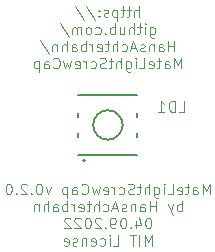
<source format=gbr>
%TF.GenerationSoftware,KiCad,Pcbnew,6.0.7-f9a2dced07~116~ubuntu20.04.1*%
%TF.CreationDate,2022-09-10T14:11:32+02:00*%
%TF.ProjectId,MateLightScrewCap,4d617465-4c69-4676-9874-536372657743,rev?*%
%TF.SameCoordinates,Original*%
%TF.FileFunction,Legend,Bot*%
%TF.FilePolarity,Positive*%
%FSLAX46Y46*%
G04 Gerber Fmt 4.6, Leading zero omitted, Abs format (unit mm)*
G04 Created by KiCad (PCBNEW 6.0.7-f9a2dced07~116~ubuntu20.04.1) date 2022-09-10 14:11:32*
%MOMM*%
%LPD*%
G01*
G04 APERTURE LIST*
%ADD10C,0.080000*%
%ADD11C,0.076000*%
%ADD12C,0.127000*%
%ADD13C,0.200000*%
G04 APERTURE END LIST*
D10*
X8614285Y-5857142D02*
X8614285Y-4957142D01*
X8314285Y-5600000D01*
X8014285Y-4957142D01*
X8014285Y-5857142D01*
X7199999Y-5857142D02*
X7199999Y-5385714D01*
X7242857Y-5300000D01*
X7328571Y-5257142D01*
X7499999Y-5257142D01*
X7585714Y-5300000D01*
X7199999Y-5814285D02*
X7285714Y-5857142D01*
X7499999Y-5857142D01*
X7585714Y-5814285D01*
X7628571Y-5728571D01*
X7628571Y-5642857D01*
X7585714Y-5557142D01*
X7499999Y-5514285D01*
X7285714Y-5514285D01*
X7199999Y-5471428D01*
X6899999Y-5257142D02*
X6557142Y-5257142D01*
X6771428Y-4957142D02*
X6771428Y-5728571D01*
X6728571Y-5814285D01*
X6642857Y-5857142D01*
X6557142Y-5857142D01*
X5914285Y-5814285D02*
X5999999Y-5857142D01*
X6171428Y-5857142D01*
X6257142Y-5814285D01*
X6299999Y-5728571D01*
X6299999Y-5385714D01*
X6257142Y-5300000D01*
X6171428Y-5257142D01*
X5999999Y-5257142D01*
X5914285Y-5300000D01*
X5871428Y-5385714D01*
X5871428Y-5471428D01*
X6299999Y-5557142D01*
X5057142Y-5857142D02*
X5485714Y-5857142D01*
X5485714Y-4957142D01*
X4757142Y-5857142D02*
X4757142Y-5257142D01*
X4757142Y-4957142D02*
X4799999Y-5000000D01*
X4757142Y-5042857D01*
X4714285Y-5000000D01*
X4757142Y-4957142D01*
X4757142Y-5042857D01*
X3942857Y-5257142D02*
X3942857Y-5985714D01*
X3985714Y-6071428D01*
X4028571Y-6114285D01*
X4114285Y-6157142D01*
X4242857Y-6157142D01*
X4328571Y-6114285D01*
X3942857Y-5814285D02*
X4028571Y-5857142D01*
X4199999Y-5857142D01*
X4285714Y-5814285D01*
X4328571Y-5771428D01*
X4371428Y-5685714D01*
X4371428Y-5428571D01*
X4328571Y-5342857D01*
X4285714Y-5300000D01*
X4199999Y-5257142D01*
X4028571Y-5257142D01*
X3942857Y-5300000D01*
X3514285Y-5857142D02*
X3514285Y-4957142D01*
X3128571Y-5857142D02*
X3128571Y-5385714D01*
X3171428Y-5300000D01*
X3257142Y-5257142D01*
X3385714Y-5257142D01*
X3471428Y-5300000D01*
X3514285Y-5342857D01*
X2828571Y-5257142D02*
X2485714Y-5257142D01*
X2699999Y-4957142D02*
X2699999Y-5728571D01*
X2657142Y-5814285D01*
X2571428Y-5857142D01*
X2485714Y-5857142D01*
X2228571Y-5814285D02*
X2099999Y-5857142D01*
X1885714Y-5857142D01*
X1799999Y-5814285D01*
X1757142Y-5771428D01*
X1714285Y-5685714D01*
X1714285Y-5600000D01*
X1757142Y-5514285D01*
X1799999Y-5471428D01*
X1885714Y-5428571D01*
X2057142Y-5385714D01*
X2142857Y-5342857D01*
X2185714Y-5300000D01*
X2228571Y-5214285D01*
X2228571Y-5128571D01*
X2185714Y-5042857D01*
X2142857Y-5000000D01*
X2057142Y-4957142D01*
X1842857Y-4957142D01*
X1714285Y-5000000D01*
X942857Y-5814285D02*
X1028571Y-5857142D01*
X1199999Y-5857142D01*
X1285714Y-5814285D01*
X1328571Y-5771428D01*
X1371428Y-5685714D01*
X1371428Y-5428571D01*
X1328571Y-5342857D01*
X1285714Y-5300000D01*
X1199999Y-5257142D01*
X1028571Y-5257142D01*
X942857Y-5300000D01*
X557142Y-5857142D02*
X557142Y-5257142D01*
X557142Y-5428571D02*
X514285Y-5342857D01*
X471428Y-5300000D01*
X385714Y-5257142D01*
X299999Y-5257142D01*
X-342857Y-5814285D02*
X-257142Y-5857142D01*
X-85714Y-5857142D01*
X0Y-5814285D01*
X42857Y-5728571D01*
X42857Y-5385714D01*
X0Y-5300000D01*
X-85714Y-5257142D01*
X-257142Y-5257142D01*
X-342857Y-5300000D01*
X-385714Y-5385714D01*
X-385714Y-5471428D01*
X42857Y-5557142D01*
X-685714Y-5257142D02*
X-857142Y-5857142D01*
X-1028571Y-5428571D01*
X-1200000Y-5857142D01*
X-1371428Y-5257142D01*
X-2228571Y-5771428D02*
X-2185714Y-5814285D01*
X-2057142Y-5857142D01*
X-1971428Y-5857142D01*
X-1842857Y-5814285D01*
X-1757142Y-5728571D01*
X-1714285Y-5642857D01*
X-1671428Y-5471428D01*
X-1671428Y-5342857D01*
X-1714285Y-5171428D01*
X-1757142Y-5085714D01*
X-1842857Y-5000000D01*
X-1971428Y-4957142D01*
X-2057142Y-4957142D01*
X-2185714Y-5000000D01*
X-2228571Y-5042857D01*
X-3000000Y-5857142D02*
X-3000000Y-5385714D01*
X-2957142Y-5300000D01*
X-2871428Y-5257142D01*
X-2700000Y-5257142D01*
X-2614285Y-5300000D01*
X-3000000Y-5814285D02*
X-2914285Y-5857142D01*
X-2700000Y-5857142D01*
X-2614285Y-5814285D01*
X-2571428Y-5728571D01*
X-2571428Y-5642857D01*
X-2614285Y-5557142D01*
X-2700000Y-5514285D01*
X-2914285Y-5514285D01*
X-3000000Y-5471428D01*
X-3428571Y-5257142D02*
X-3428571Y-6157142D01*
X-3428571Y-5300000D02*
X-3514285Y-5257142D01*
X-3685714Y-5257142D01*
X-3771428Y-5300000D01*
X-3814285Y-5342857D01*
X-3857142Y-5428571D01*
X-3857142Y-5685714D01*
X-3814285Y-5771428D01*
X-3771428Y-5814285D01*
X-3685714Y-5857142D01*
X-3514285Y-5857142D01*
X-3428571Y-5814285D01*
X-4842857Y-5257142D02*
X-5057142Y-5857142D01*
X-5271428Y-5257142D01*
X-5785714Y-4957142D02*
X-5871428Y-4957142D01*
X-5957142Y-5000000D01*
X-6000000Y-5042857D01*
X-6042857Y-5128571D01*
X-6085714Y-5300000D01*
X-6085714Y-5514285D01*
X-6042857Y-5685714D01*
X-6000000Y-5771428D01*
X-5957142Y-5814285D01*
X-5871428Y-5857142D01*
X-5785714Y-5857142D01*
X-5700000Y-5814285D01*
X-5657142Y-5771428D01*
X-5614285Y-5685714D01*
X-5571428Y-5514285D01*
X-5571428Y-5300000D01*
X-5614285Y-5128571D01*
X-5657142Y-5042857D01*
X-5700000Y-5000000D01*
X-5785714Y-4957142D01*
X-6471428Y-5771428D02*
X-6514285Y-5814285D01*
X-6471428Y-5857142D01*
X-6428571Y-5814285D01*
X-6471428Y-5771428D01*
X-6471428Y-5857142D01*
X-6857142Y-5042857D02*
X-6900000Y-5000000D01*
X-6985714Y-4957142D01*
X-7200000Y-4957142D01*
X-7285714Y-5000000D01*
X-7328571Y-5042857D01*
X-7371428Y-5128571D01*
X-7371428Y-5214285D01*
X-7328571Y-5342857D01*
X-6814285Y-5857142D01*
X-7371428Y-5857142D01*
X-7757142Y-5771428D02*
X-7800000Y-5814285D01*
X-7757142Y-5857142D01*
X-7714285Y-5814285D01*
X-7757142Y-5771428D01*
X-7757142Y-5857142D01*
X-8357142Y-4957142D02*
X-8442857Y-4957142D01*
X-8528571Y-5000000D01*
X-8571428Y-5042857D01*
X-8614285Y-5128571D01*
X-8657142Y-5300000D01*
X-8657142Y-5514285D01*
X-8614285Y-5685714D01*
X-8571428Y-5771428D01*
X-8528571Y-5814285D01*
X-8442857Y-5857142D01*
X-8357142Y-5857142D01*
X-8271428Y-5814285D01*
X-8228571Y-5771428D01*
X-8185714Y-5685714D01*
X-8142857Y-5514285D01*
X-8142857Y-5300000D01*
X-8185714Y-5128571D01*
X-8228571Y-5042857D01*
X-8271428Y-5000000D01*
X-8357142Y-4957142D01*
X6257142Y-7306142D02*
X6257142Y-6406142D01*
X6257142Y-6749000D02*
X6171428Y-6706142D01*
X6000000Y-6706142D01*
X5914285Y-6749000D01*
X5871428Y-6791857D01*
X5828571Y-6877571D01*
X5828571Y-7134714D01*
X5871428Y-7220428D01*
X5914285Y-7263285D01*
X6000000Y-7306142D01*
X6171428Y-7306142D01*
X6257142Y-7263285D01*
X5528571Y-6706142D02*
X5314285Y-7306142D01*
X5100000Y-6706142D02*
X5314285Y-7306142D01*
X5400000Y-7520428D01*
X5442857Y-7563285D01*
X5528571Y-7606142D01*
X4071428Y-7306142D02*
X4071428Y-6406142D01*
X4071428Y-6834714D02*
X3557142Y-6834714D01*
X3557142Y-7306142D02*
X3557142Y-6406142D01*
X2742857Y-7306142D02*
X2742857Y-6834714D01*
X2785714Y-6749000D01*
X2871428Y-6706142D01*
X3042857Y-6706142D01*
X3128571Y-6749000D01*
X2742857Y-7263285D02*
X2828571Y-7306142D01*
X3042857Y-7306142D01*
X3128571Y-7263285D01*
X3171428Y-7177571D01*
X3171428Y-7091857D01*
X3128571Y-7006142D01*
X3042857Y-6963285D01*
X2828571Y-6963285D01*
X2742857Y-6920428D01*
X2314285Y-6706142D02*
X2314285Y-7306142D01*
X2314285Y-6791857D02*
X2271428Y-6749000D01*
X2185714Y-6706142D01*
X2057142Y-6706142D01*
X1971428Y-6749000D01*
X1928571Y-6834714D01*
X1928571Y-7306142D01*
X1542857Y-7263285D02*
X1457142Y-7306142D01*
X1285714Y-7306142D01*
X1199999Y-7263285D01*
X1157142Y-7177571D01*
X1157142Y-7134714D01*
X1199999Y-7049000D01*
X1285714Y-7006142D01*
X1414285Y-7006142D01*
X1499999Y-6963285D01*
X1542857Y-6877571D01*
X1542857Y-6834714D01*
X1499999Y-6749000D01*
X1414285Y-6706142D01*
X1285714Y-6706142D01*
X1199999Y-6749000D01*
X814285Y-7049000D02*
X385714Y-7049000D01*
X899999Y-7306142D02*
X599999Y-6406142D01*
X299999Y-7306142D01*
X-385714Y-7263285D02*
X-300000Y-7306142D01*
X-128571Y-7306142D01*
X-42857Y-7263285D01*
X0Y-7220428D01*
X42857Y-7134714D01*
X42857Y-6877571D01*
X0Y-6791857D01*
X-42857Y-6749000D01*
X-128571Y-6706142D01*
X-300000Y-6706142D01*
X-385714Y-6749000D01*
X-771428Y-7306142D02*
X-771428Y-6406142D01*
X-1157142Y-7306142D02*
X-1157142Y-6834714D01*
X-1114285Y-6749000D01*
X-1028571Y-6706142D01*
X-900000Y-6706142D01*
X-814285Y-6749000D01*
X-771428Y-6791857D01*
X-1457142Y-6706142D02*
X-1800000Y-6706142D01*
X-1585714Y-6406142D02*
X-1585714Y-7177571D01*
X-1628571Y-7263285D01*
X-1714285Y-7306142D01*
X-1800000Y-7306142D01*
X-2442857Y-7263285D02*
X-2357142Y-7306142D01*
X-2185714Y-7306142D01*
X-2100000Y-7263285D01*
X-2057142Y-7177571D01*
X-2057142Y-6834714D01*
X-2100000Y-6749000D01*
X-2185714Y-6706142D01*
X-2357142Y-6706142D01*
X-2442857Y-6749000D01*
X-2485714Y-6834714D01*
X-2485714Y-6920428D01*
X-2057142Y-7006142D01*
X-2871428Y-7306142D02*
X-2871428Y-6706142D01*
X-2871428Y-6877571D02*
X-2914285Y-6791857D01*
X-2957142Y-6749000D01*
X-3042857Y-6706142D01*
X-3128571Y-6706142D01*
X-3428571Y-7306142D02*
X-3428571Y-6406142D01*
X-3428571Y-6749000D02*
X-3514285Y-6706142D01*
X-3685714Y-6706142D01*
X-3771428Y-6749000D01*
X-3814285Y-6791857D01*
X-3857142Y-6877571D01*
X-3857142Y-7134714D01*
X-3814285Y-7220428D01*
X-3771428Y-7263285D01*
X-3685714Y-7306142D01*
X-3514285Y-7306142D01*
X-3428571Y-7263285D01*
X-4628571Y-7306142D02*
X-4628571Y-6834714D01*
X-4585714Y-6749000D01*
X-4500000Y-6706142D01*
X-4328571Y-6706142D01*
X-4242857Y-6749000D01*
X-4628571Y-7263285D02*
X-4542857Y-7306142D01*
X-4328571Y-7306142D01*
X-4242857Y-7263285D01*
X-4200000Y-7177571D01*
X-4200000Y-7091857D01*
X-4242857Y-7006142D01*
X-4328571Y-6963285D01*
X-4542857Y-6963285D01*
X-4628571Y-6920428D01*
X-5057142Y-7306142D02*
X-5057142Y-6406142D01*
X-5442857Y-7306142D02*
X-5442857Y-6834714D01*
X-5400000Y-6749000D01*
X-5314285Y-6706142D01*
X-5185714Y-6706142D01*
X-5100000Y-6749000D01*
X-5057142Y-6791857D01*
X-5871428Y-6706142D02*
X-5871428Y-7306142D01*
X-5871428Y-6791857D02*
X-5914285Y-6749000D01*
X-6000000Y-6706142D01*
X-6128571Y-6706142D01*
X-6214285Y-6749000D01*
X-6257142Y-6834714D01*
X-6257142Y-7306142D01*
X3471428Y-7855142D02*
X3385714Y-7855142D01*
X3299999Y-7898000D01*
X3257142Y-7940857D01*
X3214285Y-8026571D01*
X3171428Y-8198000D01*
X3171428Y-8412285D01*
X3214285Y-8583714D01*
X3257142Y-8669428D01*
X3299999Y-8712285D01*
X3385714Y-8755142D01*
X3471428Y-8755142D01*
X3557142Y-8712285D01*
X3599999Y-8669428D01*
X3642857Y-8583714D01*
X3685714Y-8412285D01*
X3685714Y-8198000D01*
X3642857Y-8026571D01*
X3599999Y-7940857D01*
X3557142Y-7898000D01*
X3471428Y-7855142D01*
X2399999Y-8155142D02*
X2399999Y-8755142D01*
X2614285Y-7812285D02*
X2828571Y-8455142D01*
X2271428Y-8455142D01*
X1928571Y-8669428D02*
X1885714Y-8712285D01*
X1928571Y-8755142D01*
X1971428Y-8712285D01*
X1928571Y-8669428D01*
X1928571Y-8755142D01*
X1328571Y-7855142D02*
X1242857Y-7855142D01*
X1157142Y-7898000D01*
X1114285Y-7940857D01*
X1071428Y-8026571D01*
X1028571Y-8198000D01*
X1028571Y-8412285D01*
X1071428Y-8583714D01*
X1114285Y-8669428D01*
X1157142Y-8712285D01*
X1242857Y-8755142D01*
X1328571Y-8755142D01*
X1414285Y-8712285D01*
X1457142Y-8669428D01*
X1499999Y-8583714D01*
X1542857Y-8412285D01*
X1542857Y-8198000D01*
X1499999Y-8026571D01*
X1457142Y-7940857D01*
X1414285Y-7898000D01*
X1328571Y-7855142D01*
X599999Y-8755142D02*
X428571Y-8755142D01*
X342857Y-8712285D01*
X299999Y-8669428D01*
X214285Y-8540857D01*
X171428Y-8369428D01*
X171428Y-8026571D01*
X214285Y-7940857D01*
X257142Y-7898000D01*
X342857Y-7855142D01*
X514285Y-7855142D01*
X599999Y-7898000D01*
X642857Y-7940857D01*
X685714Y-8026571D01*
X685714Y-8240857D01*
X642857Y-8326571D01*
X599999Y-8369428D01*
X514285Y-8412285D01*
X342857Y-8412285D01*
X257142Y-8369428D01*
X214285Y-8326571D01*
X171428Y-8240857D01*
X-214285Y-8669428D02*
X-257142Y-8712285D01*
X-214285Y-8755142D01*
X-171428Y-8712285D01*
X-214285Y-8669428D01*
X-214285Y-8755142D01*
X-600000Y-7940857D02*
X-642857Y-7898000D01*
X-728571Y-7855142D01*
X-942857Y-7855142D01*
X-1028571Y-7898000D01*
X-1071428Y-7940857D01*
X-1114285Y-8026571D01*
X-1114285Y-8112285D01*
X-1071428Y-8240857D01*
X-557142Y-8755142D01*
X-1114285Y-8755142D01*
X-1671428Y-7855142D02*
X-1757142Y-7855142D01*
X-1842857Y-7898000D01*
X-1885714Y-7940857D01*
X-1928571Y-8026571D01*
X-1971428Y-8198000D01*
X-1971428Y-8412285D01*
X-1928571Y-8583714D01*
X-1885714Y-8669428D01*
X-1842857Y-8712285D01*
X-1757142Y-8755142D01*
X-1671428Y-8755142D01*
X-1585714Y-8712285D01*
X-1542857Y-8669428D01*
X-1500000Y-8583714D01*
X-1457142Y-8412285D01*
X-1457142Y-8198000D01*
X-1500000Y-8026571D01*
X-1542857Y-7940857D01*
X-1585714Y-7898000D01*
X-1671428Y-7855142D01*
X-2314285Y-7940857D02*
X-2357142Y-7898000D01*
X-2442857Y-7855142D01*
X-2657142Y-7855142D01*
X-2742857Y-7898000D01*
X-2785714Y-7940857D01*
X-2828571Y-8026571D01*
X-2828571Y-8112285D01*
X-2785714Y-8240857D01*
X-2271428Y-8755142D01*
X-2828571Y-8755142D01*
X-3171428Y-7940857D02*
X-3214285Y-7898000D01*
X-3300000Y-7855142D01*
X-3514285Y-7855142D01*
X-3600000Y-7898000D01*
X-3642857Y-7940857D01*
X-3685714Y-8026571D01*
X-3685714Y-8112285D01*
X-3642857Y-8240857D01*
X-3128571Y-8755142D01*
X-3685714Y-8755142D01*
X3707142Y-10204142D02*
X3707142Y-9304142D01*
X3407142Y-9947000D01*
X3107142Y-9304142D01*
X3107142Y-10204142D01*
X2678571Y-10204142D02*
X2678571Y-9304142D01*
X2378571Y-9304142D02*
X1864285Y-9304142D01*
X2121428Y-10204142D02*
X2121428Y-9304142D01*
X450000Y-10204142D02*
X878571Y-10204142D01*
X878571Y-9304142D01*
X150000Y-10204142D02*
X150000Y-9604142D01*
X150000Y-9304142D02*
X192857Y-9347000D01*
X150000Y-9389857D01*
X107142Y-9347000D01*
X150000Y-9304142D01*
X150000Y-9389857D01*
X-664285Y-10161285D02*
X-578571Y-10204142D01*
X-407142Y-10204142D01*
X-321428Y-10161285D01*
X-278571Y-10118428D01*
X-235714Y-10032714D01*
X-235714Y-9775571D01*
X-278571Y-9689857D01*
X-321428Y-9647000D01*
X-407142Y-9604142D01*
X-578571Y-9604142D01*
X-664285Y-9647000D01*
X-1392857Y-10161285D02*
X-1307142Y-10204142D01*
X-1135714Y-10204142D01*
X-1049999Y-10161285D01*
X-1007142Y-10075571D01*
X-1007142Y-9732714D01*
X-1049999Y-9647000D01*
X-1135714Y-9604142D01*
X-1307142Y-9604142D01*
X-1392857Y-9647000D01*
X-1435714Y-9732714D01*
X-1435714Y-9818428D01*
X-1007142Y-9904142D01*
X-1821428Y-9604142D02*
X-1821428Y-10204142D01*
X-1821428Y-9689857D02*
X-1864285Y-9647000D01*
X-1949999Y-9604142D01*
X-2078571Y-9604142D01*
X-2164285Y-9647000D01*
X-2207142Y-9732714D01*
X-2207142Y-10204142D01*
X-2592857Y-10161285D02*
X-2678571Y-10204142D01*
X-2849999Y-10204142D01*
X-2935714Y-10161285D01*
X-2978571Y-10075571D01*
X-2978571Y-10032714D01*
X-2935714Y-9947000D01*
X-2849999Y-9904142D01*
X-2721428Y-9904142D01*
X-2635714Y-9861285D01*
X-2592857Y-9775571D01*
X-2592857Y-9732714D01*
X-2635714Y-9647000D01*
X-2721428Y-9604142D01*
X-2849999Y-9604142D01*
X-2935714Y-9647000D01*
X-3707142Y-10161285D02*
X-3621428Y-10204142D01*
X-3449999Y-10204142D01*
X-3364285Y-10161285D01*
X-3321428Y-10075571D01*
X-3321428Y-9732714D01*
X-3364285Y-9647000D01*
X-3449999Y-9604142D01*
X-3621428Y-9604142D01*
X-3707142Y-9647000D01*
X-3749999Y-9732714D01*
X-3749999Y-9818428D01*
X-3321428Y-9904142D01*
X2635714Y9142857D02*
X2635714Y10042857D01*
X2250000Y9142857D02*
X2250000Y9614285D01*
X2292857Y9700000D01*
X2378571Y9742857D01*
X2507142Y9742857D01*
X2592857Y9700000D01*
X2635714Y9657142D01*
X1950000Y9742857D02*
X1607142Y9742857D01*
X1821428Y10042857D02*
X1821428Y9271428D01*
X1778571Y9185714D01*
X1692857Y9142857D01*
X1607142Y9142857D01*
X1435714Y9742857D02*
X1092857Y9742857D01*
X1307142Y10042857D02*
X1307142Y9271428D01*
X1264285Y9185714D01*
X1178571Y9142857D01*
X1092857Y9142857D01*
X792857Y9742857D02*
X792857Y8842857D01*
X792857Y9700000D02*
X707142Y9742857D01*
X535714Y9742857D01*
X449999Y9700000D01*
X407142Y9657142D01*
X364285Y9571428D01*
X364285Y9314285D01*
X407142Y9228571D01*
X449999Y9185714D01*
X535714Y9142857D01*
X707142Y9142857D01*
X792857Y9185714D01*
X21428Y9185714D02*
X-64285Y9142857D01*
X-235714Y9142857D01*
X-321428Y9185714D01*
X-364285Y9271428D01*
X-364285Y9314285D01*
X-321428Y9400000D01*
X-235714Y9442857D01*
X-107142Y9442857D01*
X-21428Y9485714D01*
X21428Y9571428D01*
X21428Y9614285D01*
X-21428Y9700000D01*
X-107142Y9742857D01*
X-235714Y9742857D01*
X-321428Y9700000D01*
X-750000Y9228571D02*
X-792857Y9185714D01*
X-750000Y9142857D01*
X-707142Y9185714D01*
X-750000Y9228571D01*
X-750000Y9142857D01*
X-750000Y9700000D02*
X-792857Y9657142D01*
X-750000Y9614285D01*
X-707142Y9657142D01*
X-750000Y9700000D01*
X-750000Y9614285D01*
X-1821428Y10085714D02*
X-1050000Y8928571D01*
X-2764285Y10085714D02*
X-1992857Y8928571D01*
X3578571Y8293857D02*
X3578571Y7565285D01*
X3621428Y7479571D01*
X3664285Y7436714D01*
X3750000Y7393857D01*
X3878571Y7393857D01*
X3964285Y7436714D01*
X3578571Y7736714D02*
X3664285Y7693857D01*
X3835714Y7693857D01*
X3921428Y7736714D01*
X3964285Y7779571D01*
X4007142Y7865285D01*
X4007142Y8122428D01*
X3964285Y8208142D01*
X3921428Y8251000D01*
X3835714Y8293857D01*
X3664285Y8293857D01*
X3578571Y8251000D01*
X3149999Y7693857D02*
X3149999Y8293857D01*
X3149999Y8593857D02*
X3192857Y8551000D01*
X3149999Y8508142D01*
X3107142Y8551000D01*
X3149999Y8593857D01*
X3149999Y8508142D01*
X2850000Y8293857D02*
X2507142Y8293857D01*
X2721428Y8593857D02*
X2721428Y7822428D01*
X2678571Y7736714D01*
X2592857Y7693857D01*
X2507142Y7693857D01*
X2207142Y7693857D02*
X2207142Y8593857D01*
X1821428Y7693857D02*
X1821428Y8165285D01*
X1864285Y8251000D01*
X1949999Y8293857D01*
X2078571Y8293857D01*
X2164285Y8251000D01*
X2207142Y8208142D01*
X1007142Y8293857D02*
X1007142Y7693857D01*
X1392857Y8293857D02*
X1392857Y7822428D01*
X1349999Y7736714D01*
X1264285Y7693857D01*
X1135714Y7693857D01*
X1049999Y7736714D01*
X1007142Y7779571D01*
X578571Y7693857D02*
X578571Y8593857D01*
X578571Y8251000D02*
X492857Y8293857D01*
X321428Y8293857D01*
X235714Y8251000D01*
X192857Y8208142D01*
X149999Y8122428D01*
X149999Y7865285D01*
X192857Y7779571D01*
X235714Y7736714D01*
X321428Y7693857D01*
X492857Y7693857D01*
X578571Y7736714D01*
X-235714Y7779571D02*
X-278571Y7736714D01*
X-235714Y7693857D01*
X-192857Y7736714D01*
X-235714Y7779571D01*
X-235714Y7693857D01*
X-1050000Y7736714D02*
X-964285Y7693857D01*
X-792857Y7693857D01*
X-707142Y7736714D01*
X-664285Y7779571D01*
X-621428Y7865285D01*
X-621428Y8122428D01*
X-664285Y8208142D01*
X-707142Y8251000D01*
X-792857Y8293857D01*
X-964285Y8293857D01*
X-1050000Y8251000D01*
X-1564285Y7693857D02*
X-1478571Y7736714D01*
X-1435714Y7779571D01*
X-1392857Y7865285D01*
X-1392857Y8122428D01*
X-1435714Y8208142D01*
X-1478571Y8251000D01*
X-1564285Y8293857D01*
X-1692857Y8293857D01*
X-1778571Y8251000D01*
X-1821428Y8208142D01*
X-1864285Y8122428D01*
X-1864285Y7865285D01*
X-1821428Y7779571D01*
X-1778571Y7736714D01*
X-1692857Y7693857D01*
X-1564285Y7693857D01*
X-2250000Y7693857D02*
X-2250000Y8293857D01*
X-2250000Y8208142D02*
X-2292857Y8251000D01*
X-2378571Y8293857D01*
X-2507142Y8293857D01*
X-2592857Y8251000D01*
X-2635714Y8165285D01*
X-2635714Y7693857D01*
X-2635714Y8165285D02*
X-2678571Y8251000D01*
X-2764285Y8293857D01*
X-2892857Y8293857D01*
X-2978571Y8251000D01*
X-3021428Y8165285D01*
X-3021428Y7693857D01*
X-4092857Y8636714D02*
X-3321428Y7479571D01*
X5635714Y6244857D02*
X5635714Y7144857D01*
X5635714Y6716285D02*
X5121428Y6716285D01*
X5121428Y6244857D02*
X5121428Y7144857D01*
X4307142Y6244857D02*
X4307142Y6716285D01*
X4350000Y6802000D01*
X4435714Y6844857D01*
X4607142Y6844857D01*
X4692857Y6802000D01*
X4307142Y6287714D02*
X4392857Y6244857D01*
X4607142Y6244857D01*
X4692857Y6287714D01*
X4735714Y6373428D01*
X4735714Y6459142D01*
X4692857Y6544857D01*
X4607142Y6587714D01*
X4392857Y6587714D01*
X4307142Y6630571D01*
X3878571Y6844857D02*
X3878571Y6244857D01*
X3878571Y6759142D02*
X3835714Y6802000D01*
X3750000Y6844857D01*
X3621428Y6844857D01*
X3535714Y6802000D01*
X3492857Y6716285D01*
X3492857Y6244857D01*
X3107142Y6287714D02*
X3021428Y6244857D01*
X2850000Y6244857D01*
X2764285Y6287714D01*
X2721428Y6373428D01*
X2721428Y6416285D01*
X2764285Y6502000D01*
X2850000Y6544857D01*
X2978571Y6544857D01*
X3064285Y6587714D01*
X3107142Y6673428D01*
X3107142Y6716285D01*
X3064285Y6802000D01*
X2978571Y6844857D01*
X2850000Y6844857D01*
X2764285Y6802000D01*
X2378571Y6502000D02*
X1950000Y6502000D01*
X2464285Y6244857D02*
X2164285Y7144857D01*
X1864285Y6244857D01*
X1178571Y6287714D02*
X1264285Y6244857D01*
X1435714Y6244857D01*
X1521428Y6287714D01*
X1564285Y6330571D01*
X1607142Y6416285D01*
X1607142Y6673428D01*
X1564285Y6759142D01*
X1521428Y6802000D01*
X1435714Y6844857D01*
X1264285Y6844857D01*
X1178571Y6802000D01*
X792857Y6244857D02*
X792857Y7144857D01*
X407142Y6244857D02*
X407142Y6716285D01*
X450000Y6802000D01*
X535714Y6844857D01*
X664285Y6844857D01*
X750000Y6802000D01*
X792857Y6759142D01*
X107142Y6844857D02*
X-235714Y6844857D01*
X-21428Y7144857D02*
X-21428Y6373428D01*
X-64285Y6287714D01*
X-149999Y6244857D01*
X-235714Y6244857D01*
X-878571Y6287714D02*
X-792857Y6244857D01*
X-621428Y6244857D01*
X-535714Y6287714D01*
X-492857Y6373428D01*
X-492857Y6716285D01*
X-535714Y6802000D01*
X-621428Y6844857D01*
X-792857Y6844857D01*
X-878571Y6802000D01*
X-921428Y6716285D01*
X-921428Y6630571D01*
X-492857Y6544857D01*
X-1307142Y6244857D02*
X-1307142Y6844857D01*
X-1307142Y6673428D02*
X-1349999Y6759142D01*
X-1392857Y6802000D01*
X-1478571Y6844857D01*
X-1564285Y6844857D01*
X-1864285Y6244857D02*
X-1864285Y7144857D01*
X-1864285Y6802000D02*
X-1949999Y6844857D01*
X-2121428Y6844857D01*
X-2207142Y6802000D01*
X-2249999Y6759142D01*
X-2292857Y6673428D01*
X-2292857Y6416285D01*
X-2249999Y6330571D01*
X-2207142Y6287714D01*
X-2121428Y6244857D01*
X-1949999Y6244857D01*
X-1864285Y6287714D01*
X-3064285Y6244857D02*
X-3064285Y6716285D01*
X-3021428Y6802000D01*
X-2935714Y6844857D01*
X-2764285Y6844857D01*
X-2678571Y6802000D01*
X-3064285Y6287714D02*
X-2978571Y6244857D01*
X-2764285Y6244857D01*
X-2678571Y6287714D01*
X-2635714Y6373428D01*
X-2635714Y6459142D01*
X-2678571Y6544857D01*
X-2764285Y6587714D01*
X-2978571Y6587714D01*
X-3064285Y6630571D01*
X-3492857Y6244857D02*
X-3492857Y7144857D01*
X-3878571Y6244857D02*
X-3878571Y6716285D01*
X-3835714Y6802000D01*
X-3749999Y6844857D01*
X-3621428Y6844857D01*
X-3535714Y6802000D01*
X-3492857Y6759142D01*
X-4307142Y6844857D02*
X-4307142Y6244857D01*
X-4307142Y6759142D02*
X-4349999Y6802000D01*
X-4435714Y6844857D01*
X-4564285Y6844857D01*
X-4649999Y6802000D01*
X-4692857Y6716285D01*
X-4692857Y6244857D01*
X-5764285Y7187714D02*
X-4992857Y6030571D01*
X6214285Y4795857D02*
X6214285Y5695857D01*
X5914285Y5053000D01*
X5614285Y5695857D01*
X5614285Y4795857D01*
X4800000Y4795857D02*
X4800000Y5267285D01*
X4842857Y5353000D01*
X4928571Y5395857D01*
X5100000Y5395857D01*
X5185714Y5353000D01*
X4800000Y4838714D02*
X4885714Y4795857D01*
X5100000Y4795857D01*
X5185714Y4838714D01*
X5228571Y4924428D01*
X5228571Y5010142D01*
X5185714Y5095857D01*
X5100000Y5138714D01*
X4885714Y5138714D01*
X4800000Y5181571D01*
X4500000Y5395857D02*
X4157142Y5395857D01*
X4371428Y5695857D02*
X4371428Y4924428D01*
X4328571Y4838714D01*
X4242857Y4795857D01*
X4157142Y4795857D01*
X3514285Y4838714D02*
X3600000Y4795857D01*
X3771428Y4795857D01*
X3857142Y4838714D01*
X3900000Y4924428D01*
X3900000Y5267285D01*
X3857142Y5353000D01*
X3771428Y5395857D01*
X3600000Y5395857D01*
X3514285Y5353000D01*
X3471428Y5267285D01*
X3471428Y5181571D01*
X3900000Y5095857D01*
X2657142Y4795857D02*
X3085714Y4795857D01*
X3085714Y5695857D01*
X2357142Y4795857D02*
X2357142Y5395857D01*
X2357142Y5695857D02*
X2400000Y5653000D01*
X2357142Y5610142D01*
X2314285Y5653000D01*
X2357142Y5695857D01*
X2357142Y5610142D01*
X1542857Y5395857D02*
X1542857Y4667285D01*
X1585714Y4581571D01*
X1628571Y4538714D01*
X1714285Y4495857D01*
X1842857Y4495857D01*
X1928571Y4538714D01*
X1542857Y4838714D02*
X1628571Y4795857D01*
X1799999Y4795857D01*
X1885714Y4838714D01*
X1928571Y4881571D01*
X1971428Y4967285D01*
X1971428Y5224428D01*
X1928571Y5310142D01*
X1885714Y5353000D01*
X1799999Y5395857D01*
X1628571Y5395857D01*
X1542857Y5353000D01*
X1114285Y4795857D02*
X1114285Y5695857D01*
X728571Y4795857D02*
X728571Y5267285D01*
X771428Y5353000D01*
X857142Y5395857D01*
X985714Y5395857D01*
X1071428Y5353000D01*
X1114285Y5310142D01*
X428571Y5395857D02*
X85714Y5395857D01*
X299999Y5695857D02*
X299999Y4924428D01*
X257142Y4838714D01*
X171428Y4795857D01*
X85714Y4795857D01*
X-171428Y4838714D02*
X-300000Y4795857D01*
X-514285Y4795857D01*
X-600000Y4838714D01*
X-642857Y4881571D01*
X-685714Y4967285D01*
X-685714Y5053000D01*
X-642857Y5138714D01*
X-600000Y5181571D01*
X-514285Y5224428D01*
X-342857Y5267285D01*
X-257142Y5310142D01*
X-214285Y5353000D01*
X-171428Y5438714D01*
X-171428Y5524428D01*
X-214285Y5610142D01*
X-257142Y5653000D01*
X-342857Y5695857D01*
X-557142Y5695857D01*
X-685714Y5653000D01*
X-1457142Y4838714D02*
X-1371428Y4795857D01*
X-1200000Y4795857D01*
X-1114285Y4838714D01*
X-1071428Y4881571D01*
X-1028571Y4967285D01*
X-1028571Y5224428D01*
X-1071428Y5310142D01*
X-1114285Y5353000D01*
X-1200000Y5395857D01*
X-1371428Y5395857D01*
X-1457142Y5353000D01*
X-1842857Y4795857D02*
X-1842857Y5395857D01*
X-1842857Y5224428D02*
X-1885714Y5310142D01*
X-1928571Y5353000D01*
X-2014285Y5395857D01*
X-2100000Y5395857D01*
X-2742857Y4838714D02*
X-2657142Y4795857D01*
X-2485714Y4795857D01*
X-2400000Y4838714D01*
X-2357142Y4924428D01*
X-2357142Y5267285D01*
X-2400000Y5353000D01*
X-2485714Y5395857D01*
X-2657142Y5395857D01*
X-2742857Y5353000D01*
X-2785714Y5267285D01*
X-2785714Y5181571D01*
X-2357142Y5095857D01*
X-3085714Y5395857D02*
X-3257142Y4795857D01*
X-3428571Y5224428D01*
X-3600000Y4795857D01*
X-3771428Y5395857D01*
X-4628571Y4881571D02*
X-4585714Y4838714D01*
X-4457142Y4795857D01*
X-4371428Y4795857D01*
X-4242857Y4838714D01*
X-4157142Y4924428D01*
X-4114285Y5010142D01*
X-4071428Y5181571D01*
X-4071428Y5310142D01*
X-4114285Y5481571D01*
X-4157142Y5567285D01*
X-4242857Y5653000D01*
X-4371428Y5695857D01*
X-4457142Y5695857D01*
X-4585714Y5653000D01*
X-4628571Y5610142D01*
X-5400000Y4795857D02*
X-5400000Y5267285D01*
X-5357142Y5353000D01*
X-5271428Y5395857D01*
X-5100000Y5395857D01*
X-5014285Y5353000D01*
X-5400000Y4838714D02*
X-5314285Y4795857D01*
X-5100000Y4795857D01*
X-5014285Y4838714D01*
X-4971428Y4924428D01*
X-4971428Y5010142D01*
X-5014285Y5095857D01*
X-5100000Y5138714D01*
X-5314285Y5138714D01*
X-5400000Y5181571D01*
X-5828571Y5395857D02*
X-5828571Y4495857D01*
X-5828571Y5353000D02*
X-5914285Y5395857D01*
X-6085714Y5395857D01*
X-6171428Y5353000D01*
X-6214285Y5310142D01*
X-6257142Y5224428D01*
X-6257142Y4967285D01*
X-6214285Y4881571D01*
X-6171428Y4838714D01*
X-6085714Y4795857D01*
X-5914285Y4795857D01*
X-5828571Y4838714D01*
D11*
%TO.C,LD1*%
X5994638Y1095238D02*
X6447019Y1095238D01*
X6447019Y2045238D01*
X5677971Y1095238D02*
X5677971Y2045238D01*
X5451780Y2045238D01*
X5316066Y2000000D01*
X5225590Y1909523D01*
X5180352Y1819047D01*
X5135114Y1638095D01*
X5135114Y1502380D01*
X5180352Y1321428D01*
X5225590Y1230952D01*
X5316066Y1140476D01*
X5451780Y1095238D01*
X5677971Y1095238D01*
X4230352Y1095238D02*
X4773209Y1095238D01*
X4501780Y1095238D02*
X4501780Y2045238D01*
X4592257Y1909523D01*
X4682733Y1819047D01*
X4773209Y1773809D01*
D12*
X-2500000Y-1000000D02*
X-2500000Y-650000D01*
X2500000Y-650000D02*
X2500000Y-1000000D01*
X2500000Y1000000D02*
X2500000Y650000D01*
X-2500000Y650000D02*
X-2500000Y1000000D01*
X2500000Y-2500000D02*
X-2500000Y-2500000D01*
X-2500000Y2500000D02*
X2500000Y2500000D01*
X0Y1250000D02*
G75*
G03*
X-1250000Y0I2J-1250002D01*
G01*
X0Y-1250000D02*
G75*
G03*
X1250000Y0I-2J1250002D01*
G01*
X1250000Y0D02*
G75*
G03*
X0Y1250000I-1250002J-2D01*
G01*
X-1250000Y0D02*
G75*
G03*
X0Y-1250000I1250002J2D01*
G01*
D13*
X-1900000Y-3000000D02*
G75*
G03*
X-1900000Y-3000000I-100000J0D01*
G01*
%TD*%
M02*

</source>
